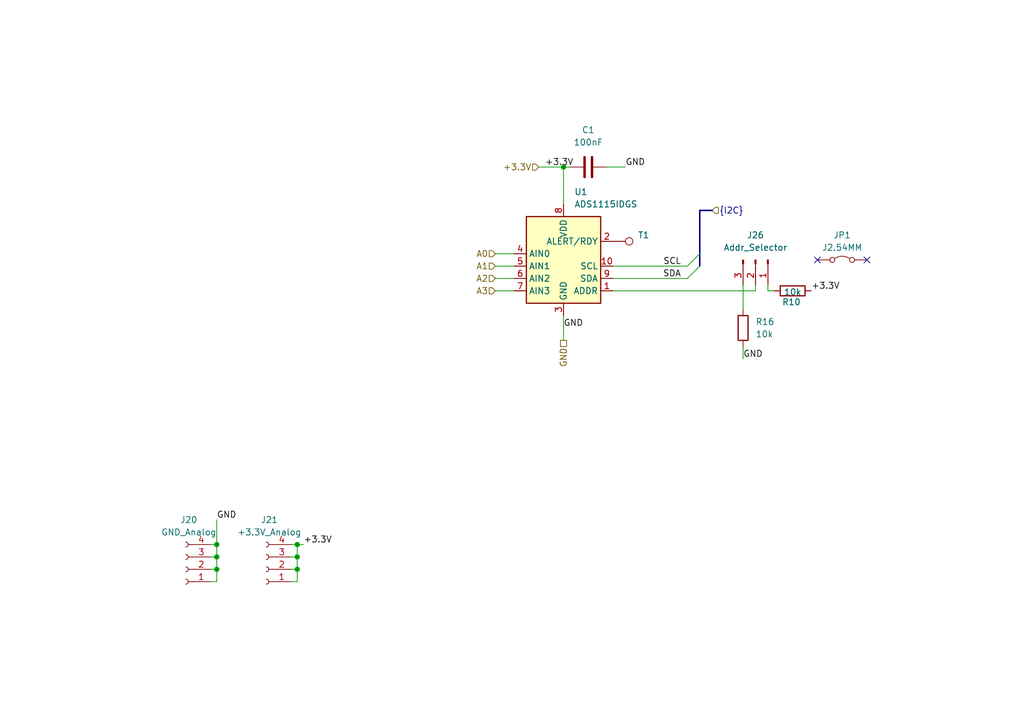
<source format=kicad_sch>
(kicad_sch (version 20231120) (generator "eeschema") (generator_version "8.0")
  (paper "A5")
  (title_block (title "Analog IO") (date "2024-08-29") (rev "1.0") (company "Designed by CREPP-NLG"))
  (lib_symbols
    (symbol "Analog_ADC:ADS1115IDGS"
      (property "Reference" "U" (at 2.54 13.97 0))
      (property "Value" "ADS1115IDGS" (at 7.62 11.43 0))
      (symbol "ADS1115IDGS_0_1"
        (rectangle (start -7.62 10.16) (end 7.62 -7.62) (stroke (width 0.254)) (fill (type background)))
      )
      (symbol "ADS1115IDGS_1_1"
        (pin input line (at 10.16 -5.08 180) (length 2.54) (name "ADDR") (number "1"))
        (pin input line (at 10.16 0 180) (length 2.54) (name "SCL") (number "10"))
        (pin output line (at 10.16 5.08 180) (length 2.54) (name "ALERT/RDY") (number "2"))
        (pin power_in line (at 0 -10.16 90) (length 2.54) (name "GND") (number "3"))
        (pin input line (at -10.16 2.54 0) (length 2.54) (name "AIN0") (number "4"))
        (pin input line (at -10.16 0 0) (length 2.54) (name "AIN1") (number "5"))
        (pin input line (at -10.16 -2.54 0) (length 2.54) (name "AIN2") (number "6"))
        (pin input line (at -10.16 -5.08 0) (length 2.54) (name "AIN3") (number "7"))
        (pin power_in line (at 0 12.7 270) (length 2.54) (name "VDD") (number "8"))
        (pin bidirectional line (at 10.16 -2.54 180) (length 2.54) (name "SDA") (number "9"))
      )
    )
    (symbol "Connector:Conn_01x03_Pin" (pin_names (offset 1.016) hide)
      (property "Reference" "J" (at 0 5.08 0))
      (property "Value" "Conn_01x03_Pin" (at 0 -5.08 0))
      (symbol "Conn_01x03_Pin_1_1"
        (polyline (pts (xy 1.27 -2.54) (xy 0.8636 -2.54)) (stroke (width 0.1524)))
        (polyline (pts (xy 1.27 0) (xy 0.8636 0)) (stroke (width 0.1524)))
        (polyline (pts (xy 1.27 2.54) (xy 0.8636 2.54)) (stroke (width 0.1524)))
        (rectangle (start 0.8636 -2.413) (end 0 -2.667) (stroke (width 0.1524)) (fill (type outline)))
        (rectangle (start 0.8636 0.127) (end 0 -0.127) (stroke (width 0.1524)) (fill (type outline)))
        (rectangle (start 0.8636 2.667) (end 0 2.413) (stroke (width 0.1524)) (fill (type outline)))
        (pin passive line (at 5.08 2.54 180) (length 3.81) (name "Pin_1") (number "1"))
        (pin passive line (at 5.08 0 180) (length 3.81) (name "Pin_2") (number "2"))
        (pin passive line (at 5.08 -2.54 180) (length 3.81) (name "Pin_3") (number "3"))
      )
    )
    (symbol "Connector:Conn_01x04_Socket" (pin_names (offset 1.016) hide)
      (property "Reference" "J" (at 0 5.08 0))
      (property "Value" "Conn_01x04_Socket" (at 0 -7.62 0))
      (symbol "Conn_01x04_Socket_1_1"
        (arc (start 0 -4.572) (mid -0.5058 -5.08) (end 0 -5.588) (stroke (width 0.1524)))
        (arc (start 0 -2.032) (mid -0.5058 -2.54) (end 0 -3.048) (stroke (width 0.1524)))
        (polyline (pts (xy -1.27 -5.08) (xy -0.508 -5.08)) (stroke (width 0.1524)))
        (polyline (pts (xy -1.27 -2.54) (xy -0.508 -2.54)) (stroke (width 0.1524)))
        (polyline (pts (xy -1.27 0) (xy -0.508 0)) (stroke (width 0.1524)))
        (polyline (pts (xy -1.27 2.54) (xy -0.508 2.54)) (stroke (width 0.1524)))
        (arc (start 0 0.508) (mid -0.5058 0) (end 0 -0.508) (stroke (width 0.1524)))
        (arc (start 0 3.048) (mid -0.5058 2.54) (end 0 2.032) (stroke (width 0.1524)))
        (pin passive line (at -5.08 2.54 0) (length 3.81) (name "Pin_1") (number "1"))
        (pin passive line (at -5.08 0 0) (length 3.81) (name "Pin_2") (number "2"))
        (pin passive line (at -5.08 -2.54 0) (length 3.81) (name "Pin_3") (number "3"))
        (pin passive line (at -5.08 -5.08 0) (length 3.81) (name "Pin_4") (number "4"))
      )
    )
    (symbol "Connector:TestPoint" (pin_numbers hide) (pin_names (offset 0.762) hide)
      (property "Reference" "TP" (at 0 6.858 0))
      (property "Value" "TestPoint" (at 0 5.08 0))
      (symbol "TestPoint_0_1"
        (circle (center 0 3.302) (radius 0.762))
      )
      (symbol "TestPoint_1_1"
        (pin passive line (at 0 0 90) (length 2.54) (name "1") (number "1"))
      )
    )
    (symbol "Device:C" (pin_numbers hide) (pin_names (offset 0.254))
      (property "Reference" "C" (at 0.635 2.54 0))
      (property "Value" "C" (at 0.635 -2.54 0))
      (symbol "C_0_1"
        (polyline (pts (xy -2.032 -0.762) (xy 2.032 -0.762)) (stroke (width 0.508)))
        (polyline (pts (xy -2.032 0.762) (xy 2.032 0.762)) (stroke (width 0.508)))
      )
      (symbol "C_1_1"
        (pin passive line (at 0 3.81 270) (length 2.794) (name "~") (number "1"))
        (pin passive line (at 0 -3.81 90) (length 2.794) (name "~") (number "2"))
      )
    )
    (symbol "Device:R" (pin_numbers hide) (pin_names (offset 0))
      (property "Reference" "R" (at 2.032 0 90))
      (property "Value" "R" (at 0 0 90))
      (symbol "R_0_1"
        (rectangle (start -1.016 -2.54) (end 1.016 2.54) (stroke (width 0.254)))
      )
      (symbol "R_1_1"
        (pin passive line (at 0 3.81 270) (length 1.27) (name "~") (number "1"))
        (pin passive line (at 0 -3.81 90) (length 1.27) (name "~") (number "2"))
      )
    )
    (symbol "Jumper:Jumper_2_Bridged" (pin_numbers hide) (pin_names (offset 0) hide) (exclude_from_sim yes)
      (property "Reference" "JP" (at 0 1.905 0))
      (property "Value" "Jumper_2_Bridged" (at 0 -2.54 0))
      (symbol "Jumper_2_Bridged_0_0"
        (circle (center -2.032 0) (radius 0.508))
        (circle (center 2.032 0) (radius 0.508))
      )
      (symbol "Jumper_2_Bridged_0_1"
        (arc (start 1.524 0.254) (mid 0 0.762) (end -1.524 0.254))
      )
      (symbol "Jumper_2_Bridged_1_1"
        (pin passive line (at -5.08 0 0) (length 2.54) (name "A") (number "1"))
        (pin passive line (at 5.08 0 180) (length 2.54) (name "B") (number "2"))
      )
    )
  )
  (junction (at 60.96 114.3))
  (junction (at 44.45 114.3))
  (junction (at 44.45 116.84))
  (junction (at 60.96 111.76))
  (junction (at 115.57 34.29))
  (junction (at 44.45 111.76))
  (junction (at 60.96 116.84))
  (no_connect (at 177.8 53.34))
  (no_connect (at 167.64 53.34))
  (bus_entry (at 140.97 54.61) (size 2.54 -2.54))
  (bus_entry (at 140.97 57.15) (size 2.54 -2.54))
  (bus (pts (xy 143.51 52.07) (xy 143.51 54.61)))
  (wire (pts (xy 43.18 111.76) (xy 44.45 111.76)))
  (wire (pts (xy 59.69 119.38) (xy 60.96 119.38)))
  (bus (pts (xy 143.51 43.18) (xy 143.51 52.07)))
  (wire (pts (xy 154.94 58.42) (xy 154.94 59.69)))
  (wire (pts (xy 101.6 57.15) (xy 105.41 57.15)))
  (wire (pts (xy 44.45 114.3) (xy 44.45 116.84)))
  (wire (pts (xy 44.45 116.84) (xy 44.45 119.38)))
  (wire (pts (xy 125.73 57.15) (xy 140.97 57.15)))
  (wire (pts (xy 124.46 34.29) (xy 128.27 34.29)))
  (wire (pts (xy 101.6 54.61) (xy 105.41 54.61)))
  (wire (pts (xy 60.96 116.84) (xy 60.96 119.38)))
  (wire (pts (xy 115.57 34.29) (xy 115.57 41.91)))
  (wire (pts (xy 115.57 34.29) (xy 116.84 34.29)))
  (wire (pts (xy 152.4 58.42) (xy 152.4 63.5)))
  (wire (pts (xy 43.18 116.84) (xy 44.45 116.84)))
  (wire (pts (xy 59.69 116.84) (xy 60.96 116.84)))
  (wire (pts (xy 43.18 114.3) (xy 44.45 114.3)))
  (wire (pts (xy 59.69 114.3) (xy 60.96 114.3)))
  (wire (pts (xy 110.49 34.29) (xy 115.57 34.29)))
  (wire (pts (xy 101.6 59.69) (xy 105.41 59.69)))
  (wire (pts (xy 125.73 54.61) (xy 140.97 54.61)))
  (wire (pts (xy 44.45 114.3) (xy 44.45 111.76)))
  (wire (pts (xy 157.48 59.69) (xy 157.48 58.42)))
  (wire (pts (xy 59.69 111.76) (xy 60.96 111.76)))
  (wire (pts (xy 60.96 111.76) (xy 62.23 111.76)))
  (wire (pts (xy 60.96 111.76) (xy 60.96 114.3)))
  (wire (pts (xy 43.18 119.38) (xy 44.45 119.38)))
  (wire (pts (xy 158.75 59.69) (xy 157.48 59.69)))
  (wire (pts (xy 101.6 52.07) (xy 105.41 52.07)))
  (wire (pts (xy 115.57 64.77) (xy 115.57 69.85)))
  (bus (pts (xy 146.05 43.18) (xy 143.51 43.18)))
  (wire (pts (xy 60.96 114.3) (xy 60.96 116.84)))
  (wire (pts (xy 44.45 106.68) (xy 44.45 111.76)))
  (wire (pts (xy 152.4 71.12) (xy 152.4 73.66)))
  (wire (pts (xy 125.73 59.69) (xy 154.94 59.69)))
  (label "SDA" (at 139.7 57.15 180))
  (label "+3.3V" (at 62.23 111.76 0))
  (label "GND" (at 115.57 67.31 0))
  (label "+3.3V" (at 111.76 34.29 0))
  (label "GND" (at 152.4 73.66 0))
  (label "+3.3V" (at 166.37 59.69 0))
  (label "GND" (at 44.45 106.68 0))
  (label "GND" (at 128.27 34.29 0))
  (label "SCL" (at 139.7 54.61 180))
  (hierarchical_label "A3" (shape input) (at 101.6 59.69 180))
  (hierarchical_label "A2" (shape input) (at 101.6 57.15 180))
  (hierarchical_label "A0" (shape input) (at 101.6 52.07 180))
  (hierarchical_label "{I2C}" (shape input) (at 146.05 43.18 0))
  (hierarchical_label "GND" (shape passive) (at 115.57 69.85 270))
  (hierarchical_label "A1" (shape input) (at 101.6 54.61 180))
  (hierarchical_label "+3.3V" (shape input) (at 110.49 34.29 180))
  (symbol (lib_id "Device:R") (at 162.56 59.69 90) (unit 1)
    (property "Reference" "R10" (at 162.306 61.976 90))
    (property "Value" "10k" (at 162.56 59.944 90))
    (property "Footprint" "Resistor_THT:R_Axial_DIN0207_L6.3mm_D2.5mm_P7.62mm_Horizontal" (effects (hide yes)))
    (property "Description" "Resistor" (effects (hide yes)))
  )
  (symbol (lib_id "Analog_ADC:ADS1115IDGS") (at 115.57 54.61 0) (unit 1)
    (property "Reference" "U1" (at 117.7641 39.37 0) (effects (justify left)))
    (property "Value" "ADS1115IDGS" (at 117.7641 41.91 0) (effects (justify left)))
    (property "Footprint" "Package_SO:TSSOP-10_3x3mm_P0.5mm" (effects (hide yes)))
    (property "Datasheet" "http://www.ti.com/lit/ds/symlink/ads1113.pdf" (effects (hide yes)))
    (property "Description" "Ultra-Small, Low-Power, I2C-Compatible, 860-SPS, 16-Bit ADCs With Internal Reference, Oscillator, and Programmable Comparator, VSSOP-10" (effects (hide yes)))
  )
  (symbol (lib_id "Connector:TestPoint") (at 125.73 49.53 270) (unit 1)
    (property "Reference" "T1" (at 130.81 48.2599 90) (effects (justify left)))
    (property "Value" "TestPoint" (effects (hide yes)))
    (property "Footprint" "TestPoint:TestPoint_Pad_1.0x1.0mm" (effects (hide yes)))
    (property "Description" "test point" (effects (hide yes)))
  )
  (symbol (lib_id "Jumper:Jumper_2_Bridged") (at 172.72 53.34 0) (unit 1) (exclude_from_sim yes)
    (property "Reference" "JP1" (at 172.72 48.26 0))
    (property "Value" "J2.54MM" (at 172.72 50.8 0))
    (property "Footprint" "Connector_PinHeader_2.54mm:PinHeader_2x01_P2.54mm_Vertical" (effects (hide yes)))
    (property "Description" "Jumper, 2-pole, closed/bridged" (effects (hide yes)))
  )
  (symbol (lib_id "Connector:Conn_01x04_Socket") (at 54.61 116.84 180) (unit 1)
    (property "Reference" "J21" (at 55.245 106.68 0))
    (property "Value" "+3.3V_Analog" (at 55.245 109.22 0))
    (property "Footprint" "Connector_PinHeader_2.54mm:PinHeader_1x04_P2.54mm_Vertical" (effects (hide yes)))
    (property "Description" "Generic connector, single row, 01x04, script generated" (effects (hide yes)))
  )
  (symbol (lib_id "Connector:Conn_01x03_Pin") (at 154.94 53.34 270) (unit 1)
    (property "Reference" "J26" (at 154.94 48.26 90))
    (property "Value" "Addr_Selector" (at 154.94 50.8 90))
    (property "Footprint" "Connector_PinHeader_2.54mm:PinHeader_1x03_P2.54mm_Vertical" (effects (hide yes)))
    (property "Description" "Generic connector, single row, 01x03, script generated" (effects (hide yes)))
  )
  (symbol (lib_id "Connector:Conn_01x04_Socket") (at 38.1 116.84 180) (unit 1)
    (property "Reference" "J20" (at 38.735 106.68 0))
    (property "Value" "GND_Analog" (at 38.735 109.22 0))
    (property "Footprint" "Connector_PinHeader_2.54mm:PinHeader_1x04_P2.54mm_Vertical" (effects (hide yes)))
    (property "Description" "Generic connector, single row, 01x04, script generated" (effects (hide yes)))
  )
  (symbol (lib_id "Device:C") (at 120.65 34.29 90) (unit 1)
    (property "Reference" "C1" (at 120.65 26.67 90))
    (property "Value" "100nF" (at 120.65 29.21 90))
    (property "Footprint" "Capacitor_SMD:C_0603_1608Metric" (effects (hide yes)))
    (property "Description" "Unpolarized capacitor" (effects (hide yes)))
  )
  (symbol (lib_id "Device:R") (at 152.4 67.31 0) (unit 1)
    (property "Reference" "R16" (at 154.94 66.0399 0) (effects (justify left)))
    (property "Value" "10k" (at 154.94 68.5799 0) (effects (justify left)))
    (property "Footprint" "Resistor_THT:R_Axial_DIN0207_L6.3mm_D2.5mm_P7.62mm_Horizontal" (effects (hide yes)))
    (property "Description" "Resistor" (effects (hide yes)))
  )
)
</source>
